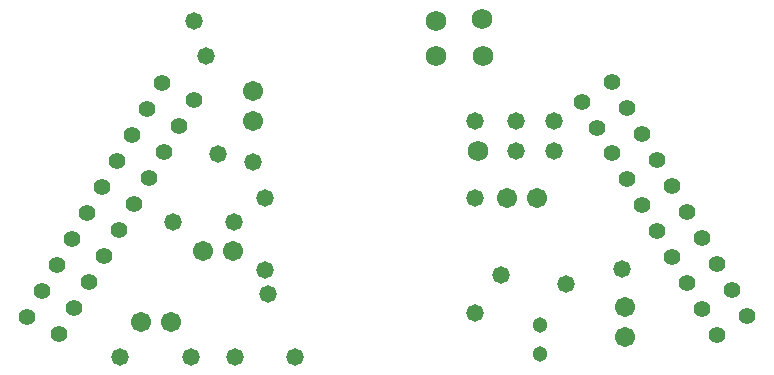
<source format=gbs>
%FSLAX44Y44*%
%MOMM*%
G71*
G01*
G75*
G04 Layer_Color=16711935*
%ADD10R,0.7000X0.9000*%
%ADD11R,0.9000X0.7000*%
%ADD12R,2.5400X1.2700*%
%ADD13C,0.2540*%
%ADD14C,0.5000*%
%ADD15C,1.5240*%
%ADD16C,1.1000*%
%ADD17C,1.2000*%
%ADD18C,1.5000*%
%ADD19C,1.2700*%
%ADD20C,0.2000*%
%ADD21C,0.1000*%
%ADD22C,0.0127*%
%ADD23R,0.9032X1.1032*%
%ADD24R,1.1032X0.9032*%
%ADD25R,2.7432X1.4732*%
%ADD26C,1.7272*%
%ADD27C,1.3032*%
%ADD28C,1.4032*%
%ADD29C,1.7032*%
%ADD30C,1.4732*%
D26*
X340000Y200000D02*
D03*
X305000Y310000D02*
D03*
X343750Y311250D02*
D03*
X305000Y280000D02*
D03*
X345000D02*
D03*
D27*
X392500Y27500D02*
D03*
Y52500D02*
D03*
D28*
X-41731Y58994D02*
D03*
X-29031Y80991D02*
D03*
X-16331Y102988D02*
D03*
X-3631Y124986D02*
D03*
X9069Y146982D02*
D03*
X21769Y168980D02*
D03*
X34469Y190977D02*
D03*
X47169Y212974D02*
D03*
X59869Y234971D02*
D03*
X72569Y256968D02*
D03*
X99856Y242830D02*
D03*
X87156Y220833D02*
D03*
X74456Y198836D02*
D03*
X61756Y176839D02*
D03*
X49056Y154842D02*
D03*
X36356Y132845D02*
D03*
X23656Y110848D02*
D03*
X10956Y88851D02*
D03*
X-1744Y66854D02*
D03*
X-14444Y44857D02*
D03*
X542604Y43644D02*
D03*
X529904Y65641D02*
D03*
X517204Y87638D02*
D03*
X504504Y109635D02*
D03*
X491804Y131632D02*
D03*
X479104Y153630D02*
D03*
X466404Y175627D02*
D03*
X453704Y197624D02*
D03*
X441004Y219621D02*
D03*
X428304Y241618D02*
D03*
X454141Y258267D02*
D03*
X466841Y236270D02*
D03*
X479541Y214273D02*
D03*
X492241Y192276D02*
D03*
X504941Y170279D02*
D03*
X517641Y148282D02*
D03*
X530341Y126285D02*
D03*
X543041Y104288D02*
D03*
X555741Y82290D02*
D03*
X568441Y60293D02*
D03*
D29*
X465000Y42100D02*
D03*
Y67500D02*
D03*
X54600Y55000D02*
D03*
X80000D02*
D03*
X150000Y250400D02*
D03*
Y225000D02*
D03*
X107100Y115000D02*
D03*
X132500D02*
D03*
X390400Y160000D02*
D03*
X365000D02*
D03*
D30*
X185000Y25000D02*
D03*
X135000D02*
D03*
X97500D02*
D03*
X37500D02*
D03*
X337500Y62500D02*
D03*
X462500Y100000D02*
D03*
X405000Y225000D02*
D03*
X372500D02*
D03*
X337500D02*
D03*
X405000Y200000D02*
D03*
X372500D02*
D03*
X110000Y280000D02*
D03*
X82500Y140000D02*
D03*
X120000Y197500D02*
D03*
X100000Y310000D02*
D03*
X162500Y78986D02*
D03*
X150000Y190004D02*
D03*
X160000Y98654D02*
D03*
X337500Y159868D02*
D03*
X415000Y87500D02*
D03*
X360000Y95000D02*
D03*
X160000Y159868D02*
D03*
X133744Y139548D02*
D03*
M02*

</source>
